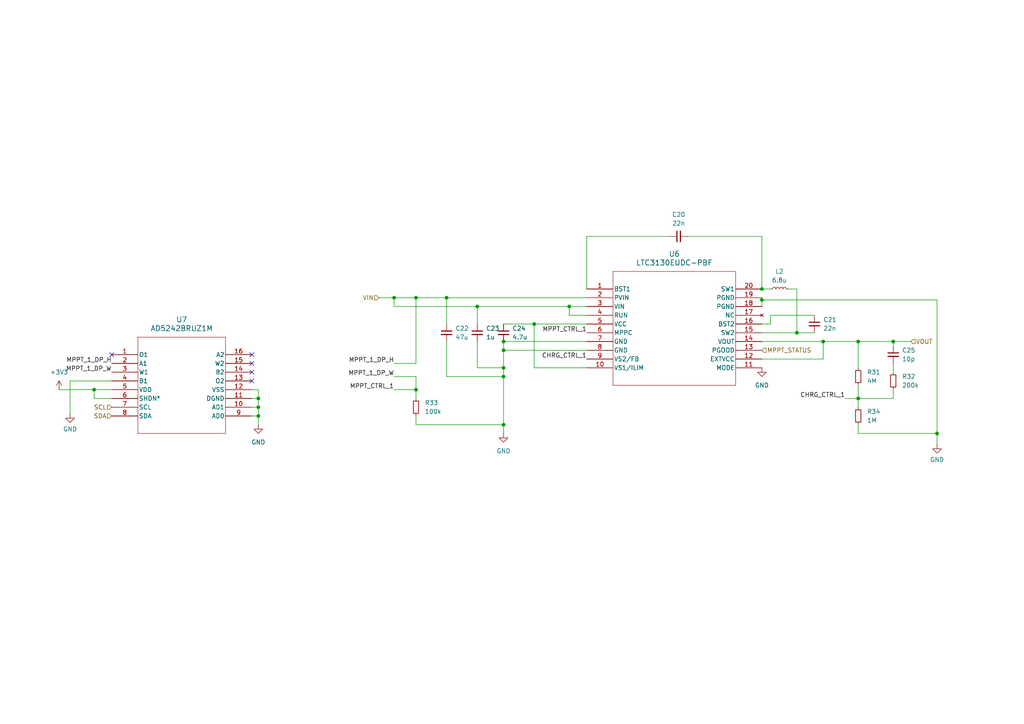
<source format=kicad_sch>
(kicad_sch (version 20231120) (generator "eeschema") (generator_version "8.0")
  (paper "A4")
  (lib_symbols
    (symbol "Device:C_Small" (pin_numbers hide) (pin_names (offset 0.254) hide)
      (property "Reference" "C" (at 0.254 1.778 0))
      (property "Value" "C_Small" (at 0.254 -2.032 0))
      (symbol "C_Small_0_1"
        (polyline (pts (xy -1.524 -0.508) (xy 1.524 -0.508)) (stroke (width 0.3302)))
        (polyline (pts (xy -1.524 0.508) (xy 1.524 0.508)) (stroke (width 0.3048)))
      )
      (symbol "C_Small_1_1"
        (pin passive line (at 0 2.54 270) (length 2.032) (name "~") (number "1"))
        (pin passive line (at 0 -2.54 90) (length 2.032) (name "~") (number "2"))
      )
    )
    (symbol "Device:L_Small" (pin_numbers hide) (pin_names (offset 0.254) hide)
      (property "Reference" "L" (at 0.762 1.016 0))
      (property "Value" "L_Small" (at 0.762 -1.016 0))
      (symbol "L_Small_0_1"
        (arc (start 0 -2.032) (mid 0.5058 -1.524) (end 0 -1.016))
        (arc (start 0 -1.016) (mid 0.5058 -0.508) (end 0 0))
        (arc (start 0 0) (mid 0.5058 0.508) (end 0 1.016))
        (arc (start 0 1.016) (mid 0.5058 1.524) (end 0 2.032))
      )
      (symbol "L_Small_1_1"
        (pin passive line (at 0 2.54 270) (length 0.508) (name "~") (number "1"))
        (pin passive line (at 0 -2.54 90) (length 0.508) (name "~") (number "2"))
      )
    )
    (symbol "Device:R_Small" (pin_numbers hide) (pin_names (offset 0.254) hide)
      (property "Reference" "R" (at 0.762 0.508 0))
      (property "Value" "R_Small" (at 0.762 -1.016 0))
      (symbol "R_Small_0_1"
        (rectangle (start -0.762 1.778) (end 0.762 -1.778) (stroke (width 0.2032)))
      )
      (symbol "R_Small_1_1"
        (pin passive line (at 0 2.54 270) (length 0.762) (name "~") (number "1"))
        (pin passive line (at 0 -2.54 90) (length 0.762) (name "~") (number "2"))
      )
    )
    (symbol "LTC3130:LTC3130EUDC-PBF" (pin_names (offset 0.254))
      (property "Reference" "U" (at 25.4 10.16 0))
      (property "Value" "LTC3130EUDC-PBF" (at 25.4 7.62 0))
      (symbol "LTC3130EUDC-PBF_0_1"
        (polyline (pts (xy 7.62 -27.94) (xy 43.18 -27.94)) (stroke (width 0.127)))
        (polyline (pts (xy 7.62 5.08) (xy 7.62 -27.94)) (stroke (width 0.127)))
        (polyline (pts (xy 43.18 -27.94) (xy 43.18 5.08)) (stroke (width 0.127)))
        (polyline (pts (xy 43.18 5.08) (xy 7.62 5.08)) (stroke (width 0.127)))
        (pin unspecified line (at 0 0 0) (length 7.62) (name "BST1") (number "1"))
        (pin bidirectional line (at 0 -22.86 0) (length 7.62) (name "VS1/ILIM") (number "10"))
        (pin unspecified line (at 50.8 -22.86 180) (length 7.62) (name "MODE") (number "11"))
        (pin input line (at 50.8 -20.32 180) (length 7.62) (name "EXTVCC") (number "12"))
        (pin output line (at 50.8 -17.78 180) (length 7.62) (name "PGOOD") (number "13"))
        (pin output line (at 50.8 -15.24 180) (length 7.62) (name "VOUT") (number "14"))
        (pin unspecified line (at 50.8 -12.7 180) (length 7.62) (name "SW2") (number "15"))
        (pin unspecified line (at 50.8 -10.16 180) (length 7.62) (name "BST2") (number "16"))
        (pin no_connect line (at 50.8 -7.62 180) (length 7.62) (name "NC") (number "17"))
        (pin power_out line (at 50.8 -5.08 180) (length 7.62) (name "PGND") (number "18"))
        (pin power_out line (at 50.8 -2.54 180) (length 7.62) (name "PGND") (number "19"))
        (pin input line (at 0 -2.54 0) (length 7.62) (name "PVIN") (number "2"))
        (pin unspecified line (at 50.8 0 180) (length 7.62) (name "SW1") (number "20"))
        (pin input line (at 0 -5.08 0) (length 7.62) (name "VIN") (number "3"))
        (pin input line (at 0 -7.62 0) (length 7.62) (name "RUN") (number "4"))
        (pin power_in line (at 0 -10.16 0) (length 7.62) (name "VCC") (number "5"))
        (pin unspecified line (at 0 -12.7 0) (length 7.62) (name "MPPC") (number "6"))
        (pin power_out line (at 0 -15.24 0) (length 7.62) (name "GND") (number "7"))
        (pin power_out line (at 0 -17.78 0) (length 7.62) (name "GND") (number "8"))
        (pin bidirectional line (at 0 -20.32 0) (length 7.62) (name "VS2/FB") (number "9"))
      )
    )
    (symbol "TVSC:AD5242BRUZ1M" (pin_names (offset 0.254))
      (property "Reference" "U" (at 20.32 10.16 0))
      (property "Value" "AD5242BRUZ1M" (at 20.32 7.62 0))
      (symbol "AD5242BRUZ1M_0_1"
        (polyline (pts (xy 7.62 -22.86) (xy 33.02 -22.86)) (stroke (width 0.127)))
        (polyline (pts (xy 7.62 5.08) (xy 7.62 -22.86)) (stroke (width 0.127)))
        (polyline (pts (xy 33.02 -22.86) (xy 33.02 5.08)) (stroke (width 0.127)))
        (polyline (pts (xy 33.02 5.08) (xy 7.62 5.08)) (stroke (width 0.127)))
        (pin unspecified line (at 0 0 0) (length 7.62) (name "O1") (number "1"))
        (pin unspecified line (at 40.64 -15.24 180) (length 7.62) (name "AD1") (number "10"))
        (pin unspecified line (at 40.64 -12.7 180) (length 7.62) (name "DGND") (number "11"))
        (pin power_in line (at 40.64 -10.16 180) (length 7.62) (name "VSS") (number "12"))
        (pin unspecified line (at 40.64 -7.62 180) (length 7.62) (name "O2") (number "13"))
        (pin unspecified line (at 40.64 -5.08 180) (length 7.62) (name "B2") (number "14"))
        (pin unspecified line (at 40.64 -2.54 180) (length 7.62) (name "W2") (number "15"))
        (pin unspecified line (at 40.64 0 180) (length 7.62) (name "A2") (number "16"))
        (pin unspecified line (at 0 -2.54 0) (length 7.62) (name "A1") (number "2"))
        (pin unspecified line (at 0 -5.08 0) (length 7.62) (name "W1") (number "3"))
        (pin unspecified line (at 0 -7.62 0) (length 7.62) (name "B1") (number "4"))
        (pin power_in line (at 0 -10.16 0) (length 7.62) (name "VDD") (number "5"))
        (pin unspecified line (at 0 -12.7 0) (length 7.62) (name "SHDN*") (number "6"))
        (pin unspecified line (at 0 -15.24 0) (length 7.62) (name "SCL") (number "7"))
        (pin unspecified line (at 0 -17.78 0) (length 7.62) (name "SDA") (number "8"))
        (pin unspecified line (at 40.64 -17.78 180) (length 7.62) (name "AD0") (number "9"))
      )
    )
    (symbol "power:+3V3" (power) (pin_numbers hide) (pin_names (offset 0) hide)
      (property "Value" "+3V3" (at 0 3.556 0))
      (symbol "+3V3_0_1"
        (polyline (pts (xy -0.762 1.27) (xy 0 2.54)))
        (polyline (pts (xy 0 0) (xy 0 2.54)))
        (polyline (pts (xy 0 2.54) (xy 0.762 1.27)))
      )
      (symbol "+3V3_1_1"
        (pin power_in line (at 0 0 90) (length 0) (name "~") (number "1"))
      )
    )
    (symbol "power:GND" (power) (pin_numbers hide) (pin_names (offset 0) hide)
      (property "Value" "GND" (at 0 -3.81 0))
      (symbol "GND_0_1"
        (polyline (pts (xy 0 0) (xy 0 -1.27) (xy 1.27 -1.27) (xy 0 -2.54) (xy -1.27 -1.27) (xy 0 -1.27)))
      )
      (symbol "GND_1_1"
        (pin power_in line (at 0 0 270) (length 0) (name "~") (number "1"))
      )
    )
  )
  (junction (at 120.65 86.36))
  (junction (at 238.76 99.06))
  (junction (at 146.05 123.19))
  (junction (at 146.05 109.22))
  (junction (at 248.92 99.06))
  (junction (at 120.65 113.03))
  (junction (at 129.54 86.36))
  (junction (at 146.05 106.68))
  (junction (at 220.98 86.995))
  (junction (at 74.93 115.57))
  (junction (at 231.14 96.52))
  (junction (at 114.3 86.36))
  (junction (at 138.43 88.9))
  (junction (at 146.05 99.06))
  (junction (at 271.78 125.73))
  (junction (at 248.92 115.57))
  (junction (at 259.08 99.06))
  (junction (at 146.05 101.6))
  (junction (at 154.94 93.98))
  (junction (at 165.1 88.9))
  (junction (at 27.305 113.03))
  (junction (at 220.98 83.82))
  (junction (at 74.93 120.65))
  (junction (at 74.93 118.11))
  (no_connect (at 73.025 110.49))
  (no_connect (at 73.025 105.41))
  (no_connect (at 73.025 107.95))
  (no_connect (at 73.025 102.87))
  (no_connect (at 32.385 102.87))
  (wire (pts (xy 245.11 115.57) (xy 248.92 115.57)))
  (wire (pts (xy 248.92 125.73) (xy 271.78 125.73)))
  (wire (pts (xy 146.05 101.6) (xy 146.05 99.06)))
  (wire (pts (xy 20.32 120.015) (xy 20.32 110.49)))
  (wire (pts (xy 223.52 93.98) (xy 220.98 93.98)))
  (wire (pts (xy 120.65 120.65) (xy 120.65 123.19)))
  (wire (pts (xy 154.94 93.98) (xy 170.18 93.98)))
  (wire (pts (xy 109.855 86.36) (xy 114.3 86.36)))
  (wire (pts (xy 73.025 115.57) (xy 74.93 115.57)))
  (wire (pts (xy 223.52 83.82) (xy 220.98 83.82)))
  (wire (pts (xy 120.65 86.36) (xy 120.65 105.41)))
  (wire (pts (xy 271.78 86.995) (xy 271.78 125.73)))
  (wire (pts (xy 220.98 86.995) (xy 220.98 88.9)))
  (wire (pts (xy 220.98 86.36) (xy 220.98 86.995)))
  (wire (pts (xy 238.76 99.06) (xy 248.92 99.06)))
  (wire (pts (xy 199.39 68.58) (xy 220.98 68.58)))
  (wire (pts (xy 74.93 118.11) (xy 74.93 120.65)))
  (wire (pts (xy 129.54 86.36) (xy 170.18 86.36)))
  (wire (pts (xy 248.92 111.76) (xy 248.92 115.57)))
  (wire (pts (xy 74.93 115.57) (xy 74.93 118.11)))
  (wire (pts (xy 74.93 113.03) (xy 74.93 115.57)))
  (wire (pts (xy 165.1 91.44) (xy 165.1 88.9)))
  (wire (pts (xy 238.76 99.06) (xy 220.98 99.06)))
  (wire (pts (xy 259.08 100.33) (xy 259.08 99.06)))
  (wire (pts (xy 248.92 115.57) (xy 259.08 115.57)))
  (wire (pts (xy 236.22 96.52) (xy 231.14 96.52)))
  (wire (pts (xy 223.52 91.44) (xy 223.52 93.98)))
  (wire (pts (xy 248.92 99.06) (xy 259.08 99.06)))
  (wire (pts (xy 236.22 91.44) (xy 223.52 91.44)))
  (wire (pts (xy 17.145 113.03) (xy 27.305 113.03)))
  (wire (pts (xy 146.05 123.19) (xy 146.05 125.73)))
  (wire (pts (xy 114.3 113.03) (xy 120.65 113.03)))
  (wire (pts (xy 114.3 88.9) (xy 138.43 88.9)))
  (wire (pts (xy 138.43 106.68) (xy 146.05 106.68)))
  (wire (pts (xy 73.025 118.11) (xy 74.93 118.11)))
  (wire (pts (xy 120.65 86.36) (xy 129.54 86.36)))
  (wire (pts (xy 194.31 68.58) (xy 170.18 68.58)))
  (wire (pts (xy 73.025 120.65) (xy 74.93 120.65)))
  (wire (pts (xy 73.025 113.03) (xy 74.93 113.03)))
  (wire (pts (xy 154.94 106.68) (xy 154.94 93.98)))
  (wire (pts (xy 248.92 123.19) (xy 248.92 125.73)))
  (wire (pts (xy 220.98 68.58) (xy 220.98 83.82)))
  (wire (pts (xy 259.08 105.41) (xy 259.08 107.95)))
  (wire (pts (xy 146.05 109.22) (xy 146.05 123.19)))
  (wire (pts (xy 271.78 125.73) (xy 271.78 128.905)))
  (wire (pts (xy 220.98 96.52) (xy 231.14 96.52)))
  (wire (pts (xy 27.305 115.57) (xy 27.305 113.03)))
  (wire (pts (xy 165.1 88.9) (xy 170.18 88.9)))
  (wire (pts (xy 129.54 99.06) (xy 129.54 109.22)))
  (wire (pts (xy 170.18 91.44) (xy 165.1 91.44)))
  (wire (pts (xy 220.98 86.995) (xy 271.78 86.995)))
  (wire (pts (xy 74.93 120.65) (xy 74.93 123.19)))
  (wire (pts (xy 114.3 88.9) (xy 114.3 86.36)))
  (wire (pts (xy 129.54 93.98) (xy 129.54 86.36)))
  (wire (pts (xy 238.76 104.14) (xy 238.76 99.06)))
  (wire (pts (xy 259.08 99.06) (xy 264.16 99.06)))
  (wire (pts (xy 27.305 113.03) (xy 32.385 113.03)))
  (wire (pts (xy 138.43 88.9) (xy 165.1 88.9)))
  (wire (pts (xy 129.54 109.22) (xy 146.05 109.22)))
  (wire (pts (xy 20.32 110.49) (xy 32.385 110.49)))
  (wire (pts (xy 138.43 93.98) (xy 138.43 88.9)))
  (wire (pts (xy 146.05 106.68) (xy 146.05 101.6)))
  (wire (pts (xy 170.18 68.58) (xy 170.18 83.82)))
  (wire (pts (xy 259.08 115.57) (xy 259.08 113.03)))
  (wire (pts (xy 146.05 93.98) (xy 154.94 93.98)))
  (wire (pts (xy 138.43 99.06) (xy 138.43 106.68)))
  (wire (pts (xy 231.14 83.82) (xy 228.6 83.82)))
  (wire (pts (xy 248.92 99.06) (xy 248.92 106.68)))
  (wire (pts (xy 220.98 104.14) (xy 238.76 104.14)))
  (wire (pts (xy 32.385 115.57) (xy 27.305 115.57)))
  (wire (pts (xy 114.3 86.36) (xy 120.65 86.36)))
  (wire (pts (xy 231.14 96.52) (xy 231.14 83.82)))
  (wire (pts (xy 120.65 109.22) (xy 120.65 113.03)))
  (wire (pts (xy 114.3 105.41) (xy 120.65 105.41)))
  (wire (pts (xy 170.18 106.68) (xy 154.94 106.68)))
  (wire (pts (xy 146.05 99.06) (xy 170.18 99.06)))
  (wire (pts (xy 120.65 123.19) (xy 146.05 123.19)))
  (wire (pts (xy 114.3 109.22) (xy 120.65 109.22)))
  (wire (pts (xy 146.05 101.6) (xy 170.18 101.6)))
  (wire (pts (xy 146.05 109.22) (xy 146.05 106.68)))
  (wire (pts (xy 120.65 113.03) (xy 120.65 115.57)))
  (wire (pts (xy 248.92 115.57) (xy 248.92 118.11)))
  (label "MPPT_1_DP_W" (at 32.385 107.95 180))
  (label "MPPT_CTRL_1" (at 114.3 113.03 180))
  (label "MPPT_CTRL_1" (at 170.18 96.52 180))
  (label "CHRG_CTRL_1" (at 170.18 104.14 180))
  (label "MPPT_1_DP_H" (at 32.385 105.41 180))
  (label "MPPT_1_DP_H" (at 114.3 105.41 180))
  (label "MPPT_1_DP_W" (at 114.3 109.22 180))
  (label "CHRG_CTRL_1" (at 245.11 115.57 180))
  (hierarchical_label "VOUT" (shape input) (at 264.16 99.06 0))
  (hierarchical_label "SDA" (shape input) (at 32.385 120.65 180))
  (hierarchical_label "VIN" (shape input) (at 109.855 86.36 180))
  (hierarchical_label "MPPT_STATUS" (shape input) (at 220.98 101.6 0))
  (hierarchical_label "SCL" (shape input) (at 32.385 118.11 180))
  (symbol (lib_id "Device:C_Small") (at 129.54 96.52 0) (unit 1)
    (property "Reference" "C22" (at 132.08 95.2562 0) (effects (justify left)))
    (property "Value" "47u" (at 132.08 97.7962 0) (effects (justify left)))
    (property "Description" "Unpolarized capacitor, small symbol" (effects (hide yes)))
  )
  (symbol (lib_id "Device:R_Small") (at 259.08 110.49 0) (unit 1)
    (property "Reference" "R32" (at 261.62 109.2199 0) (effects (justify left)))
    (property "Value" "200k" (at 261.62 111.7599 0) (effects (justify left)))
    (property "Description" "Resistor, small symbol" (effects (hide yes)))
  )
  (symbol (lib_id "Device:C_Small") (at 236.22 93.98 0) (unit 1)
    (property "Reference" "C21" (at 238.76 92.7162 0) (effects (justify left)))
    (property "Value" "22n" (at 238.76 95.2562 0) (effects (justify left)))
    (property "Description" "Unpolarized capacitor, small symbol" (effects (hide yes)))
  )
  (symbol (lib_id "Device:C_Small") (at 259.08 102.87 0) (unit 1)
    (property "Reference" "C25" (at 261.62 101.6062 0) (effects (justify left)))
    (property "Value" "10p" (at 261.62 104.1462 0) (effects (justify left)))
    (property "Description" "Unpolarized capacitor, small symbol" (effects (hide yes)))
  )
  (symbol (lib_id "power:GND") (at 271.78 128.905 0) (unit 1)
    (property "Reference" "#PWR062" (effects (hide yes)))
    (property "Value" "GND" (at 271.78 133.35 0))
    (property "Description" "Power symbol creates a global label with name \"GND\" , ground" (effects (hide yes)))
  )
  (symbol (lib_id "Device:R_Small") (at 120.65 118.11 0) (unit 1)
    (property "Reference" "R33" (at 123.19 116.8399 0) (effects (justify left)))
    (property "Value" "100k" (at 123.19 119.3799 0) (effects (justify left)))
    (property "Description" "Resistor, small symbol" (effects (hide yes)))
  )
  (symbol (lib_id "power:GND") (at 74.93 123.19 0) (unit 1)
    (property "Reference" "#PWR023" (effects (hide yes)))
    (property "Value" "GND" (at 74.93 128.27 0))
    (property "Description" "Power symbol creates a global label with name \"GND\" , ground" (effects (hide yes)))
  )
  (symbol (lib_id "Device:C_Small") (at 196.85 68.58 90) (unit 1)
    (property "Reference" "C20" (at 196.8563 62.23 90))
    (property "Value" "22n" (at 196.8563 64.77 90))
    (property "Description" "Unpolarized capacitor, small symbol" (effects (hide yes)))
  )
  (symbol (lib_id "power:GND") (at 146.05 125.73 0) (unit 1)
    (property "Reference" "#PWR061" (effects (hide yes)))
    (property "Value" "GND" (at 146.05 130.81 0))
    (property "Description" "Power symbol creates a global label with name \"GND\" , ground" (effects (hide yes)))
  )
  (symbol (lib_id "power:+3V3") (at 17.145 113.03 0) (unit 1)
    (property "Reference" "#PWR083" (effects (hide yes)))
    (property "Value" "+3V3" (at 17.145 107.95 0))
    (property "Description" "Power symbol creates a global label with name \"+3V3\"" (effects (hide yes)))
  )
  (symbol (lib_id "Device:C_Small") (at 146.05 96.52 0) (unit 1)
    (property "Reference" "C24" (at 148.59 95.2562 0) (effects (justify left)))
    (property "Value" "4.7u" (at 148.59 97.7962 0) (effects (justify left)))
    (property "Description" "Unpolarized capacitor, small symbol" (effects (hide yes)))
  )
  (symbol (lib_id "Device:R_Small") (at 248.92 109.22 0) (unit 1)
    (property "Reference" "R31" (at 251.46 107.9499 0) (effects (justify left)))
    (property "Value" "4M" (at 251.46 110.4899 0) (effects (justify left)))
    (property "Description" "Resistor, small symbol" (effects (hide yes)))
  )
  (symbol (lib_id "power:GND") (at 220.98 106.68 0) (unit 1)
    (property "Reference" "#PWR058" (effects (hide yes)))
    (property "Value" "GND" (at 220.98 111.76 0))
    (property "Description" "Power symbol creates a global label with name \"GND\" , ground" (effects (hide yes)))
  )
  (symbol (lib_id "Device:C_Small") (at 138.43 96.52 0) (unit 1)
    (property "Reference" "C23" (at 140.97 95.2562 0) (effects (justify left)))
    (property "Value" "1u" (at 140.97 97.7962 0) (effects (justify left)))
    (property "Description" "Unpolarized capacitor, small symbol" (effects (hide yes)))
  )
  (symbol (lib_id "Device:R_Small") (at 248.92 120.65 0) (unit 1)
    (property "Reference" "R34" (at 251.46 119.3799 0) (effects (justify left)))
    (property "Value" "1M" (at 251.46 121.9199 0) (effects (justify left)))
    (property "Description" "Resistor, small symbol" (effects (hide yes)))
  )
  (symbol (lib_id "Device:L_Small") (at 226.06 83.82 90) (unit 1)
    (property "Reference" "L2" (at 226.06 78.74 90))
    (property "Value" "6.8u" (at 226.06 81.28 90))
    (property "Description" "Inductor, small symbol" (effects (hide yes)))
  )
  (symbol (lib_id "TVSC:AD5242BRUZ1M") (at 32.385 102.87 0) (unit 1)
    (property "Reference" "U7" (at 52.705 92.71 0) (effects (font (size 1.524 1.524))))
    (property "Value" "AD5242BRUZ1M" (at 52.705 95.25 0) (effects (font (size 1.524 1.524))))
    (property "Footprint" "RU_16_ADI" (effects (hide yes)))
    (property "Datasheet" "https://www.analog.com/media/en/technical-documentation/data-sheets/AD5241_5242.pdf" (effects (hide yes)))
  )
  (symbol (lib_id "LTC3130:LTC3130EUDC-PBF") (at 170.18 83.82 0) (unit 1)
    (property "Reference" "U6" (at 195.58 73.66 0) (effects (font (size 1.524 1.524))))
    (property "Value" "LTC3130EUDC-PBF" (at 195.58 76.2 0) (effects (font (size 1.524 1.524))))
    (property "Footprint" "UDC_20_ADI" (effects (hide yes)))
    (property "Datasheet" "LTC3130EUDC-PBF" (effects (hide yes)))
  )
  (symbol (lib_id "power:GND") (at 20.32 120.015 0) (unit 1)
    (property "Reference" "#PWR084" (effects (hide yes)))
    (property "Value" "GND" (at 20.32 124.46 0))
    (property "Description" "Power symbol creates a global label with name \"GND\" , ground" (effects (hide yes)))
  )
)
</source>
